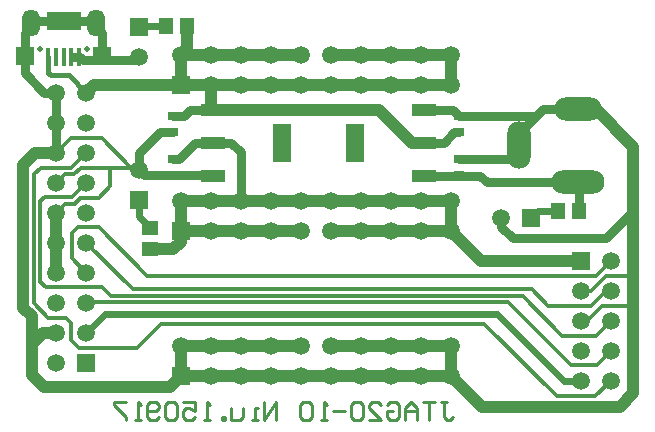
<source format=gbl>
%FSLAX25Y25*%
%MOIN*%
G70*
G01*
G75*
G04 Layer_Physical_Order=2*
G04 Layer_Color=16711680*
%ADD10R,0.05906X0.05906*%
%ADD11C,0.05906*%
%ADD12R,0.05906X0.05906*%
%ADD13O,0.17716X0.07874*%
%ADD14O,0.15748X0.07874*%
%ADD15O,0.07874X0.15748*%
%ADD16C,0.05906*%
%ADD17C,0.03150*%
%ADD18C,0.01969*%
%ADD19O,0.05906X0.09055*%
%ADD20R,0.05906X0.12598*%
%ADD21R,0.07874X0.03937*%
%ADD22R,0.03543X0.03150*%
%ADD23R,0.06102X0.06102*%
%ADD24O,0.01575X0.06299*%
%ADD25R,0.01575X0.06299*%
%ADD26R,0.11811X0.05906*%
%ADD27R,0.04724X0.05512*%
%ADD28R,0.05512X0.04724*%
%ADD29C,0.01181*%
%ADD30C,0.03937*%
%ADD31C,0.02362*%
%ADD32C,0.03150*%
%ADD33C,0.01575*%
%ADD34C,0.01000*%
D10*
X363500Y258000D02*
D03*
Y209500D02*
D03*
Y306500D02*
D03*
X480400Y262200D02*
D03*
D11*
X373500Y258000D02*
D03*
X383500D02*
D03*
X393500D02*
D03*
X403500D02*
D03*
X413500D02*
D03*
X423500D02*
D03*
X433500D02*
D03*
X443500D02*
D03*
X453500D02*
D03*
X363500Y268000D02*
D03*
X373500D02*
D03*
X383500D02*
D03*
X393500D02*
D03*
X403500D02*
D03*
X413500D02*
D03*
X423500D02*
D03*
X433500D02*
D03*
X443500D02*
D03*
X453500D02*
D03*
X373500Y209500D02*
D03*
X383500D02*
D03*
X393500D02*
D03*
X403500D02*
D03*
X413500D02*
D03*
X423500D02*
D03*
X433500D02*
D03*
X443500D02*
D03*
X453500D02*
D03*
X363500Y219500D02*
D03*
X373500D02*
D03*
X383500D02*
D03*
X393500D02*
D03*
X403500D02*
D03*
X413500D02*
D03*
X423500D02*
D03*
X433500D02*
D03*
X443500D02*
D03*
X453500D02*
D03*
X322000Y304000D02*
D03*
X332000D02*
D03*
X322000Y294000D02*
D03*
X332000D02*
D03*
X322000Y284000D02*
D03*
X332000D02*
D03*
X322000Y274000D02*
D03*
X332000D02*
D03*
X322000Y264000D02*
D03*
X332000D02*
D03*
X322000Y254000D02*
D03*
X332000D02*
D03*
X322000Y244000D02*
D03*
X332000D02*
D03*
X322000Y234000D02*
D03*
X332000D02*
D03*
X322000Y224000D02*
D03*
X332000D02*
D03*
X322000Y214000D02*
D03*
X373500Y306500D02*
D03*
X383500D02*
D03*
X393500D02*
D03*
X403500D02*
D03*
X413500D02*
D03*
X423500D02*
D03*
X433500D02*
D03*
X443500D02*
D03*
X453500D02*
D03*
X363500Y316500D02*
D03*
X373500D02*
D03*
X383500D02*
D03*
X393500D02*
D03*
X403500D02*
D03*
X413500D02*
D03*
X423500D02*
D03*
X433500D02*
D03*
X443500D02*
D03*
X453500D02*
D03*
X492063Y298472D02*
D03*
X499937D02*
D03*
X476315Y282724D02*
D03*
Y290598D02*
D03*
X507000Y248000D02*
D03*
X497000Y238000D02*
D03*
X507000D02*
D03*
X497000Y228000D02*
D03*
X507000D02*
D03*
X497000Y218000D02*
D03*
X507000D02*
D03*
X497000Y208000D02*
D03*
X507000D02*
D03*
X470400Y262200D02*
D03*
X349500Y315900D02*
D03*
Y278100D02*
D03*
D12*
X332000Y214000D02*
D03*
X497000Y248000D02*
D03*
X349500Y325900D02*
D03*
Y268100D02*
D03*
D13*
X496000Y274063D02*
D03*
D14*
Y298472D02*
D03*
D15*
X476315Y286661D02*
D03*
D16*
X500921Y274063D02*
D03*
X491079D02*
D03*
D17*
X313493Y328695D02*
D03*
Y325743D02*
D03*
X335343Y328695D02*
D03*
Y325743D02*
D03*
D18*
X332292Y318558D02*
D03*
X316544D02*
D03*
D19*
X313493Y327120D02*
D03*
X335343D02*
D03*
D20*
X397200Y287300D02*
D03*
X421600D02*
D03*
D21*
X374200Y276276D02*
D03*
Y287300D02*
D03*
Y298324D02*
D03*
X444600D02*
D03*
Y287300D02*
D03*
Y276276D02*
D03*
D22*
X360800Y290830D02*
D03*
Y296342D02*
D03*
Y276430D02*
D03*
Y281942D02*
D03*
X456100D02*
D03*
Y276430D02*
D03*
Y296342D02*
D03*
Y290830D02*
D03*
D23*
X311500Y316306D02*
D03*
X337300D02*
D03*
D24*
X329536Y315900D02*
D03*
X326977D02*
D03*
X321859D02*
D03*
X324418D02*
D03*
D25*
X319300D02*
D03*
D26*
X324418Y327711D02*
D03*
D27*
X358557Y326100D02*
D03*
X365643D02*
D03*
X489257Y264500D02*
D03*
X496343D02*
D03*
D28*
X353400Y258843D02*
D03*
Y251757D02*
D03*
D29*
X352400Y243000D02*
X502000D01*
X336300Y259100D02*
X352400Y243000D01*
X502000D02*
X507000Y248000D01*
X340000Y279000D02*
X347000D01*
X329984Y268900D02*
X336100D01*
X330084Y279000D02*
X340000D01*
X326900Y288900D02*
X337100D01*
X340000Y272800D02*
Y279000D01*
X336100Y268900D02*
X340000Y272800D01*
X337100Y288900D02*
X347000Y279000D01*
X318600Y239100D02*
X337400D01*
X316681Y241019D02*
X318600Y239100D01*
X316681Y241019D02*
Y267781D01*
X328103Y267019D02*
X329984Y268900D01*
X325019Y267019D02*
X328103D01*
X322000Y264000D02*
X325019Y267019D01*
X327903Y276819D02*
X330084Y279000D01*
X327000D02*
X332000Y284000D01*
X324819Y276819D02*
X327903D01*
X322000Y274000D02*
X324819Y276819D01*
X322000Y284000D02*
X326900Y288900D01*
X480566Y238434D02*
X486000Y233000D01*
X347566Y238434D02*
X480566D01*
X477447Y236253D02*
X490700Y223000D01*
X340247Y236253D02*
X477447D01*
X332000Y254000D02*
X347566Y238434D01*
X337400Y239100D02*
X340247Y236253D01*
X472528Y234072D02*
X493500Y213100D01*
X332000Y234072D02*
X472528D01*
X316681Y267781D02*
X318100Y269200D01*
X314500Y276700D02*
X316800Y279000D01*
X314500Y233700D02*
Y276700D01*
Y233700D02*
X319200Y229000D01*
X329100Y259100D02*
X336300D01*
X327100Y257100D02*
X329100Y259100D01*
X327100Y248900D02*
Y257100D01*
Y248900D02*
X332000Y244000D01*
X327200Y269200D02*
X332000Y274000D01*
X318100Y269200D02*
X327200D01*
X325300Y229000D02*
X327000Y227300D01*
X319200Y229000D02*
X325300D01*
X327000Y221600D02*
Y227300D01*
X316800Y279000D02*
X327000D01*
X332000Y234000D02*
Y234072D01*
X327000Y221600D02*
X329600Y219000D01*
X348800D01*
X356800Y227000D01*
X464500D01*
X488800Y202700D01*
X500084Y238000D02*
X505085Y243000D01*
X497000Y238000D02*
X500084D01*
X505200D02*
X507000D01*
X500200Y233000D02*
X505200Y238000D01*
X486000Y233000D02*
X500200D01*
X504000D02*
X514400D01*
X499000Y228000D02*
X504000Y233000D01*
X497000Y228000D02*
X499000D01*
X514100Y243000D02*
X514400Y243300D01*
X505085Y243000D02*
X514100D01*
X488800Y202700D02*
X501700D01*
X507000Y208000D01*
X493500Y213100D02*
X502100D01*
X507000Y218000D01*
X490700Y223000D02*
X502000D01*
X507000Y228000D01*
X347000Y279000D02*
X348700Y277300D01*
D30*
X322000Y244000D02*
Y264000D01*
X315040Y284000D02*
X322000D01*
X310941Y279901D02*
X315040Y284000D01*
X310941Y232226D02*
Y279901D01*
Y232226D02*
X313800Y229367D01*
Y220100D02*
Y229367D01*
X514400Y233000D02*
Y243300D01*
Y203700D02*
Y233000D01*
X509800Y199100D02*
X514400Y203700D01*
X463900Y199100D02*
X509800D01*
X453500Y209500D02*
X463900Y199100D01*
X453500Y209500D02*
Y219500D01*
X501828Y298472D02*
X514000Y286300D01*
X499937Y298472D02*
X501828D01*
X360000Y206000D02*
X363500Y209500D01*
X317800Y206000D02*
X360000D01*
X313800Y210000D02*
X317800Y206000D01*
X313800Y210000D02*
Y220100D01*
X317700Y224000D01*
X322000D01*
X463500Y248000D02*
X497000D01*
X453500Y258000D02*
X463500Y248000D01*
X332000Y304000D02*
X334500Y306500D01*
X363500D01*
X373500Y299024D02*
Y306500D01*
Y299024D02*
X374200Y298324D01*
X440700Y287300D02*
X444600D01*
X429676Y298324D02*
X440700Y287300D01*
X374200Y298324D02*
X429676D01*
X443500Y209500D02*
X453500D01*
X433500D02*
X443500D01*
X423500D02*
X433500D01*
X413500D02*
X423500D01*
X403500D02*
X413500D01*
X393500D02*
X403500D01*
X383500D02*
X393500D01*
X373500D02*
X383500D01*
X363500D02*
X373500D01*
X443500Y219500D02*
X453500D01*
X433500D02*
X443500D01*
X423500D02*
X433500D01*
X413500D02*
X423500D01*
X393500D02*
X403500D01*
X383500D02*
X393500D01*
X373500D02*
X383500D01*
X363500D02*
X373500D01*
X443500Y258000D02*
X453500D01*
X433500D02*
X443500D01*
X423500D02*
X433500D01*
X413500D02*
X423500D01*
X393500D02*
X403500D01*
X383500D02*
X393500D01*
X373500D02*
X383500D01*
X363500D02*
X373500D01*
X363500D02*
Y268000D01*
X443500D02*
X453500D01*
X433500D02*
X443500D01*
X423500D02*
X433500D01*
X413500D02*
X423500D01*
X403500D02*
X413500D01*
X393500D02*
X403500D01*
X383500D02*
X393500D01*
X373500D02*
X383500D01*
X363500D02*
X373500D01*
X443500Y306500D02*
X453500D01*
X433500D02*
X443500D01*
X423500D02*
X433500D01*
X413500D02*
X423500D01*
X403500D02*
X413500D01*
X393500D02*
X403500D01*
X383500D02*
X393500D01*
X373500D02*
X383500D01*
X363500D02*
X373500D01*
X443500Y316500D02*
X453500D01*
X433500D02*
X443500D01*
X423500D02*
X433500D01*
X413500D02*
X423500D01*
X393500D02*
X403500D01*
X383500D02*
X393500D01*
X373500D02*
X383500D01*
X363500D02*
X373500D01*
X363500Y306500D02*
Y316500D01*
X514400Y243300D02*
Y264500D01*
Y285900D01*
X363500Y316500D02*
X365643Y318643D01*
Y326100D01*
X353400Y251757D02*
X360957D01*
X363500Y254300D01*
Y258000D01*
X453500Y306500D02*
Y316500D01*
Y258000D02*
Y268000D01*
X363500Y209500D02*
Y219500D01*
D31*
X338300Y230300D02*
X469000D01*
X332000Y224000D02*
X338300Y230300D01*
X469000D02*
X491300Y208000D01*
X497000D01*
X482700Y264500D02*
X489257D01*
X480400Y262200D02*
X482700Y264500D01*
X349700Y326100D02*
X358557D01*
X349500Y325900D02*
X349700Y326100D01*
X349500Y262743D02*
X353400Y258843D01*
X349500Y262743D02*
Y268100D01*
D32*
X514000Y269900D02*
Y286300D01*
X496000Y298472D02*
X499937D01*
X492063D02*
X496000D01*
X444600Y276276D02*
X463387D01*
X465600Y274063D01*
X454730Y290830D02*
X456100D01*
X451200Y287300D02*
X454730Y290830D01*
X444600Y287300D02*
X451200D01*
X368300D02*
X374200D01*
X362942Y281942D02*
X368300Y287300D01*
X360800Y281942D02*
X362942D01*
X383500Y268000D02*
Y284100D01*
X380300Y287300D02*
X383500Y284100D01*
X374200Y287300D02*
X380300D01*
X356530Y290830D02*
X360800D01*
X491079Y272079D02*
Y274063D01*
X475532Y281942D02*
X476315Y282724D01*
X456100Y281942D02*
X475532D01*
X476315Y290598D02*
X482058Y296342D01*
X484189Y298472D01*
X456100Y296342D02*
X482058D01*
X454118Y298324D02*
X456100Y296342D01*
X444600Y298324D02*
X454118D01*
X484189Y298472D02*
X492063D01*
X374046Y276430D02*
X374200Y276276D01*
X360800Y276430D02*
X374046D01*
X366424Y298324D02*
X374200D01*
X364442Y296342D02*
X366424Y298324D01*
X360800Y296342D02*
X364442D01*
X465600Y274063D02*
X491079D01*
X496343Y264500D02*
Y273720D01*
X496000Y274063D02*
X496343Y273720D01*
X505400Y255500D02*
X514400Y264500D01*
X474200Y255500D02*
X505400D01*
X470400Y259300D02*
Y262200D01*
Y259300D02*
X474200Y255500D01*
X337300Y316306D02*
Y323786D01*
X335343Y325743D02*
X337300Y323786D01*
X311500Y316306D02*
Y323750D01*
Y310500D02*
Y316306D01*
Y310500D02*
X318000Y304000D01*
X322000D01*
X311500Y323750D02*
X313493Y325743D01*
X315461Y327711D01*
X324418D01*
X333375D01*
X335343Y325743D01*
X322000Y284000D02*
Y294000D01*
Y304000D01*
X349500Y278100D02*
Y283800D01*
X356530Y290830D01*
X349850Y277750D02*
X351170Y276430D01*
X360800D01*
X327780Y315900D02*
X329536D01*
X349500Y314900D02*
Y315900D01*
X330916Y314900D02*
X349500D01*
X329536Y315900D02*
X329916D01*
X330916Y314900D01*
D33*
X319300Y310500D02*
Y315900D01*
Y310500D02*
X320100Y309700D01*
X326300D01*
X332000Y304000D01*
D34*
X450101Y200798D02*
X452101D01*
X451101D01*
Y195800D01*
X452101Y194800D01*
X453100D01*
X454100Y195800D01*
X448102Y200798D02*
X444103D01*
X446103D01*
Y194800D01*
X442104D02*
Y198799D01*
X440104Y200798D01*
X438105Y198799D01*
Y194800D01*
Y197799D01*
X442104D01*
X432107Y199798D02*
X433107Y200798D01*
X435106D01*
X436106Y199798D01*
Y195800D01*
X435106Y194800D01*
X433107D01*
X432107Y195800D01*
Y197799D01*
X434106D01*
X426109Y194800D02*
X430108D01*
X426109Y198799D01*
Y199798D01*
X427109Y200798D01*
X429108D01*
X430108Y199798D01*
X424110D02*
X423110Y200798D01*
X421111D01*
X420111Y199798D01*
Y195800D01*
X421111Y194800D01*
X423110D01*
X424110Y195800D01*
Y199798D01*
X418112Y197799D02*
X414113D01*
X412114Y194800D02*
X410114D01*
X411114D01*
Y200798D01*
X412114Y199798D01*
X407115D02*
X406115Y200798D01*
X404116D01*
X403117Y199798D01*
Y195800D01*
X404116Y194800D01*
X406115D01*
X407115Y195800D01*
Y199798D01*
X395119Y194800D02*
Y200798D01*
X391120Y194800D01*
Y200798D01*
X389121Y194800D02*
X387122D01*
X388121D01*
Y198799D01*
X389121D01*
X384123D02*
Y195800D01*
X383123Y194800D01*
X380124D01*
Y198799D01*
X378125Y194800D02*
Y195800D01*
X377125D01*
Y194800D01*
X378125D01*
X373126D02*
X371127D01*
X372127D01*
Y200798D01*
X373126Y199798D01*
X364129Y200798D02*
X368128D01*
Y197799D01*
X366128Y198799D01*
X365129D01*
X364129Y197799D01*
Y195800D01*
X365129Y194800D01*
X367128D01*
X368128Y195800D01*
X362130Y199798D02*
X361130Y200798D01*
X359131D01*
X358131Y199798D01*
Y195800D01*
X359131Y194800D01*
X361130D01*
X362130Y195800D01*
Y199798D01*
X356132Y195800D02*
X355132Y194800D01*
X353133D01*
X352133Y195800D01*
Y199798D01*
X353133Y200798D01*
X355132D01*
X356132Y199798D01*
Y198799D01*
X355132Y197799D01*
X352133D01*
X350134Y194800D02*
X348134D01*
X349134D01*
Y200798D01*
X350134Y199798D01*
X345135Y200798D02*
X341137D01*
Y199798D01*
X345135Y195800D01*
Y194800D01*
M02*

</source>
